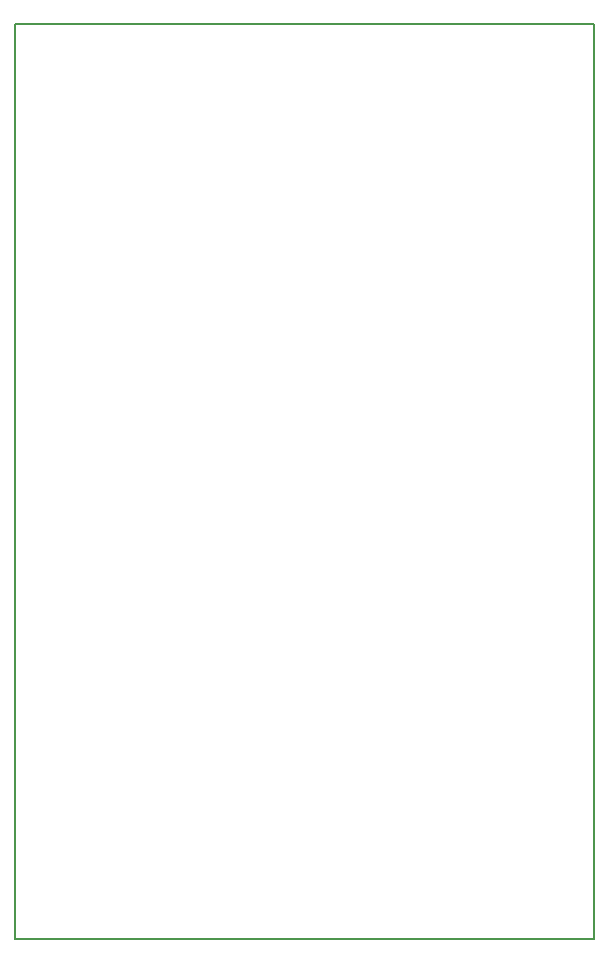
<source format=gm1>
G04*
G04 #@! TF.GenerationSoftware,Altium Limited,Altium Designer,22.0.2 (36)*
G04*
G04 Layer_Color=16711935*
%FSLAX44Y44*%
%MOMM*%
G71*
G04*
G04 #@! TF.SameCoordinates,30EAB5E2-3245-48BA-9E60-DBBC371523A7*
G04*
G04*
G04 #@! TF.FilePolarity,Positive*
G04*
G01*
G75*
%ADD11C,0.1500*%
D11*
X490000Y625000D02*
Y694000D01*
X-0Y775000D02*
X0Y0D01*
X-0Y775000D02*
X490000D01*
X490000Y0D01*
X0D02*
X490000D01*
X490000Y625000D02*
Y694000D01*
X-0Y775000D02*
X0Y0D01*
X-0Y775000D02*
X490000D01*
X490000Y0D01*
X0D02*
X490000D01*
M02*

</source>
